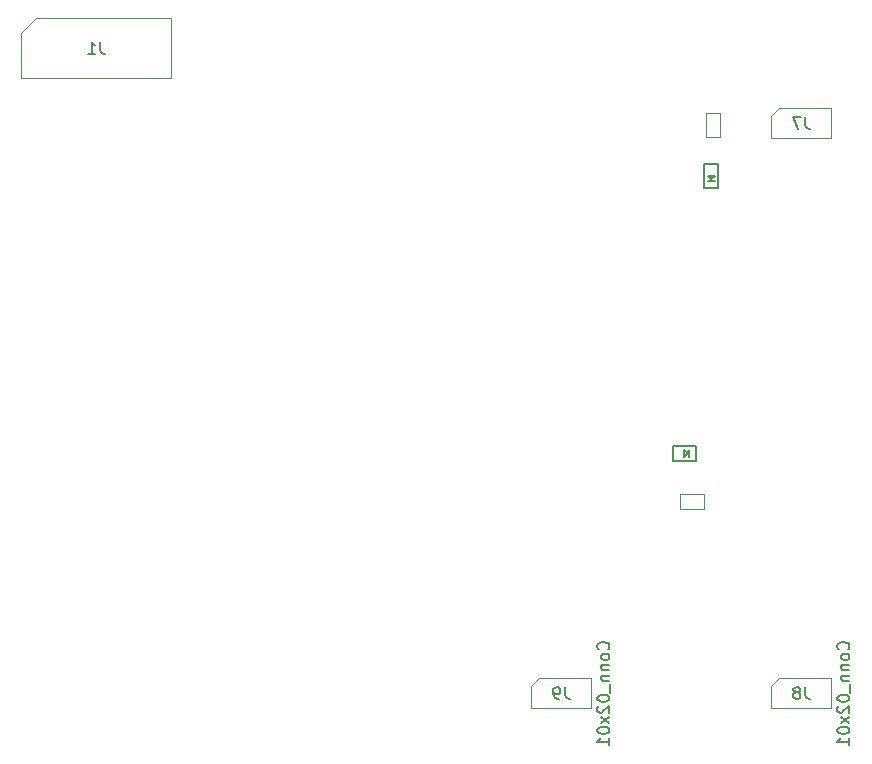
<source format=gbr>
G04 #@! TF.GenerationSoftware,KiCad,Pcbnew,(5.0.0-rc2-dev-26-g0d794b2)*
G04 #@! TF.CreationDate,2018-07-01T21:26:53-07:00*
G04 #@! TF.ProjectId,FlightControlUnitBoard,466C69676874436F6E74726F6C556E69,rev?*
G04 #@! TF.SameCoordinates,Original*
G04 #@! TF.FileFunction,Other,Fab,Bot*
%FSLAX46Y46*%
G04 Gerber Fmt 4.6, Leading zero omitted, Abs format (unit mm)*
G04 Created by KiCad (PCBNEW (5.0.0-rc2-dev-26-g0d794b2)) date Sunday, July 01, 2018 at 09:26:53 PM*
%MOMM*%
%LPD*%
G01*
G04 APERTURE LIST*
%ADD10C,0.150000*%
%ADD11C,0.100000*%
G04 APERTURE END LIST*
D10*
X199690000Y-78505000D02*
X199090000Y-78505000D01*
X199390000Y-78405000D02*
X199690000Y-78105000D01*
X199090000Y-78105000D02*
X199390000Y-78405000D01*
X199690000Y-78105000D02*
X199090000Y-78105000D01*
X199990000Y-77105000D02*
X199990000Y-79105000D01*
X198790000Y-77105000D02*
X199990000Y-77105000D01*
X198790000Y-79105000D02*
X198790000Y-77105000D01*
X199990000Y-79105000D02*
X198790000Y-79105000D01*
D11*
X200150000Y-72800000D02*
X198900000Y-72800000D01*
X200150000Y-74800000D02*
X200150000Y-72800000D01*
X198900000Y-74800000D02*
X200150000Y-74800000D01*
X198900000Y-72800000D02*
X198900000Y-74800000D01*
X140970000Y-66040000D02*
X140970000Y-69850000D01*
X140970000Y-69850000D02*
X153670000Y-69850000D01*
X153670000Y-69850000D02*
X153670000Y-64770000D01*
X153670000Y-64770000D02*
X142240000Y-64770000D01*
X142240000Y-64770000D02*
X140970000Y-66040000D01*
X184150000Y-121285000D02*
X184150000Y-123190000D01*
X184150000Y-123190000D02*
X189230000Y-123190000D01*
X189230000Y-123190000D02*
X189230000Y-120650000D01*
X189230000Y-120650000D02*
X184785000Y-120650000D01*
X184785000Y-120650000D02*
X184150000Y-121285000D01*
X204470000Y-121285000D02*
X204470000Y-123190000D01*
X204470000Y-123190000D02*
X209550000Y-123190000D01*
X209550000Y-123190000D02*
X209550000Y-120650000D01*
X209550000Y-120650000D02*
X205105000Y-120650000D01*
X205105000Y-120650000D02*
X204470000Y-121285000D01*
X204470000Y-73025000D02*
X204470000Y-74930000D01*
X204470000Y-74930000D02*
X209550000Y-74930000D01*
X209550000Y-74930000D02*
X209550000Y-72390000D01*
X209550000Y-72390000D02*
X205105000Y-72390000D01*
X205105000Y-72390000D02*
X204470000Y-73025000D01*
D10*
X197500000Y-101300000D02*
X197500000Y-101900000D01*
X197400000Y-101600000D02*
X197100000Y-101300000D01*
X197100000Y-101900000D02*
X197400000Y-101600000D01*
X197100000Y-101300000D02*
X197100000Y-101900000D01*
X196100000Y-101000000D02*
X198100000Y-101000000D01*
X196100000Y-102200000D02*
X196100000Y-101000000D01*
X198100000Y-102200000D02*
X196100000Y-102200000D01*
X198100000Y-101000000D02*
X198100000Y-102200000D01*
D11*
X196750000Y-105025000D02*
X196750000Y-106275000D01*
X198750000Y-105025000D02*
X196750000Y-105025000D01*
X198750000Y-106275000D02*
X198750000Y-105025000D01*
X196750000Y-106275000D02*
X198750000Y-106275000D01*
D10*
X147653333Y-66762380D02*
X147653333Y-67476666D01*
X147700952Y-67619523D01*
X147796190Y-67714761D01*
X147939047Y-67762380D01*
X148034285Y-67762380D01*
X146653333Y-67762380D02*
X147224761Y-67762380D01*
X146939047Y-67762380D02*
X146939047Y-66762380D01*
X147034285Y-66905238D01*
X147129523Y-67000476D01*
X147224761Y-67048095D01*
X190647142Y-118181904D02*
X190694761Y-118134285D01*
X190742380Y-117991428D01*
X190742380Y-117896190D01*
X190694761Y-117753333D01*
X190599523Y-117658095D01*
X190504285Y-117610476D01*
X190313809Y-117562857D01*
X190170952Y-117562857D01*
X189980476Y-117610476D01*
X189885238Y-117658095D01*
X189790000Y-117753333D01*
X189742380Y-117896190D01*
X189742380Y-117991428D01*
X189790000Y-118134285D01*
X189837619Y-118181904D01*
X190742380Y-118753333D02*
X190694761Y-118658095D01*
X190647142Y-118610476D01*
X190551904Y-118562857D01*
X190266190Y-118562857D01*
X190170952Y-118610476D01*
X190123333Y-118658095D01*
X190075714Y-118753333D01*
X190075714Y-118896190D01*
X190123333Y-118991428D01*
X190170952Y-119039047D01*
X190266190Y-119086666D01*
X190551904Y-119086666D01*
X190647142Y-119039047D01*
X190694761Y-118991428D01*
X190742380Y-118896190D01*
X190742380Y-118753333D01*
X190075714Y-119515238D02*
X190742380Y-119515238D01*
X190170952Y-119515238D02*
X190123333Y-119562857D01*
X190075714Y-119658095D01*
X190075714Y-119800952D01*
X190123333Y-119896190D01*
X190218571Y-119943809D01*
X190742380Y-119943809D01*
X190075714Y-120420000D02*
X190742380Y-120420000D01*
X190170952Y-120420000D02*
X190123333Y-120467619D01*
X190075714Y-120562857D01*
X190075714Y-120705714D01*
X190123333Y-120800952D01*
X190218571Y-120848571D01*
X190742380Y-120848571D01*
X190837619Y-121086666D02*
X190837619Y-121848571D01*
X189742380Y-122277142D02*
X189742380Y-122372380D01*
X189790000Y-122467619D01*
X189837619Y-122515238D01*
X189932857Y-122562857D01*
X190123333Y-122610476D01*
X190361428Y-122610476D01*
X190551904Y-122562857D01*
X190647142Y-122515238D01*
X190694761Y-122467619D01*
X190742380Y-122372380D01*
X190742380Y-122277142D01*
X190694761Y-122181904D01*
X190647142Y-122134285D01*
X190551904Y-122086666D01*
X190361428Y-122039047D01*
X190123333Y-122039047D01*
X189932857Y-122086666D01*
X189837619Y-122134285D01*
X189790000Y-122181904D01*
X189742380Y-122277142D01*
X189837619Y-122991428D02*
X189790000Y-123039047D01*
X189742380Y-123134285D01*
X189742380Y-123372380D01*
X189790000Y-123467619D01*
X189837619Y-123515238D01*
X189932857Y-123562857D01*
X190028095Y-123562857D01*
X190170952Y-123515238D01*
X190742380Y-122943809D01*
X190742380Y-123562857D01*
X190742380Y-123896190D02*
X190075714Y-124420000D01*
X190075714Y-123896190D02*
X190742380Y-124420000D01*
X189742380Y-124991428D02*
X189742380Y-125086666D01*
X189790000Y-125181904D01*
X189837619Y-125229523D01*
X189932857Y-125277142D01*
X190123333Y-125324761D01*
X190361428Y-125324761D01*
X190551904Y-125277142D01*
X190647142Y-125229523D01*
X190694761Y-125181904D01*
X190742380Y-125086666D01*
X190742380Y-124991428D01*
X190694761Y-124896190D01*
X190647142Y-124848571D01*
X190551904Y-124800952D01*
X190361428Y-124753333D01*
X190123333Y-124753333D01*
X189932857Y-124800952D01*
X189837619Y-124848571D01*
X189790000Y-124896190D01*
X189742380Y-124991428D01*
X190742380Y-126277142D02*
X190742380Y-125705714D01*
X190742380Y-125991428D02*
X189742380Y-125991428D01*
X189885238Y-125896190D01*
X189980476Y-125800952D01*
X190028095Y-125705714D01*
X187023333Y-121372380D02*
X187023333Y-122086666D01*
X187070952Y-122229523D01*
X187166190Y-122324761D01*
X187309047Y-122372380D01*
X187404285Y-122372380D01*
X186499523Y-122372380D02*
X186309047Y-122372380D01*
X186213809Y-122324761D01*
X186166190Y-122277142D01*
X186070952Y-122134285D01*
X186023333Y-121943809D01*
X186023333Y-121562857D01*
X186070952Y-121467619D01*
X186118571Y-121420000D01*
X186213809Y-121372380D01*
X186404285Y-121372380D01*
X186499523Y-121420000D01*
X186547142Y-121467619D01*
X186594761Y-121562857D01*
X186594761Y-121800952D01*
X186547142Y-121896190D01*
X186499523Y-121943809D01*
X186404285Y-121991428D01*
X186213809Y-121991428D01*
X186118571Y-121943809D01*
X186070952Y-121896190D01*
X186023333Y-121800952D01*
X210967142Y-118181904D02*
X211014761Y-118134285D01*
X211062380Y-117991428D01*
X211062380Y-117896190D01*
X211014761Y-117753333D01*
X210919523Y-117658095D01*
X210824285Y-117610476D01*
X210633809Y-117562857D01*
X210490952Y-117562857D01*
X210300476Y-117610476D01*
X210205238Y-117658095D01*
X210110000Y-117753333D01*
X210062380Y-117896190D01*
X210062380Y-117991428D01*
X210110000Y-118134285D01*
X210157619Y-118181904D01*
X211062380Y-118753333D02*
X211014761Y-118658095D01*
X210967142Y-118610476D01*
X210871904Y-118562857D01*
X210586190Y-118562857D01*
X210490952Y-118610476D01*
X210443333Y-118658095D01*
X210395714Y-118753333D01*
X210395714Y-118896190D01*
X210443333Y-118991428D01*
X210490952Y-119039047D01*
X210586190Y-119086666D01*
X210871904Y-119086666D01*
X210967142Y-119039047D01*
X211014761Y-118991428D01*
X211062380Y-118896190D01*
X211062380Y-118753333D01*
X210395714Y-119515238D02*
X211062380Y-119515238D01*
X210490952Y-119515238D02*
X210443333Y-119562857D01*
X210395714Y-119658095D01*
X210395714Y-119800952D01*
X210443333Y-119896190D01*
X210538571Y-119943809D01*
X211062380Y-119943809D01*
X210395714Y-120420000D02*
X211062380Y-120420000D01*
X210490952Y-120420000D02*
X210443333Y-120467619D01*
X210395714Y-120562857D01*
X210395714Y-120705714D01*
X210443333Y-120800952D01*
X210538571Y-120848571D01*
X211062380Y-120848571D01*
X211157619Y-121086666D02*
X211157619Y-121848571D01*
X210062380Y-122277142D02*
X210062380Y-122372380D01*
X210110000Y-122467619D01*
X210157619Y-122515238D01*
X210252857Y-122562857D01*
X210443333Y-122610476D01*
X210681428Y-122610476D01*
X210871904Y-122562857D01*
X210967142Y-122515238D01*
X211014761Y-122467619D01*
X211062380Y-122372380D01*
X211062380Y-122277142D01*
X211014761Y-122181904D01*
X210967142Y-122134285D01*
X210871904Y-122086666D01*
X210681428Y-122039047D01*
X210443333Y-122039047D01*
X210252857Y-122086666D01*
X210157619Y-122134285D01*
X210110000Y-122181904D01*
X210062380Y-122277142D01*
X210157619Y-122991428D02*
X210110000Y-123039047D01*
X210062380Y-123134285D01*
X210062380Y-123372380D01*
X210110000Y-123467619D01*
X210157619Y-123515238D01*
X210252857Y-123562857D01*
X210348095Y-123562857D01*
X210490952Y-123515238D01*
X211062380Y-122943809D01*
X211062380Y-123562857D01*
X211062380Y-123896190D02*
X210395714Y-124420000D01*
X210395714Y-123896190D02*
X211062380Y-124420000D01*
X210062380Y-124991428D02*
X210062380Y-125086666D01*
X210110000Y-125181904D01*
X210157619Y-125229523D01*
X210252857Y-125277142D01*
X210443333Y-125324761D01*
X210681428Y-125324761D01*
X210871904Y-125277142D01*
X210967142Y-125229523D01*
X211014761Y-125181904D01*
X211062380Y-125086666D01*
X211062380Y-124991428D01*
X211014761Y-124896190D01*
X210967142Y-124848571D01*
X210871904Y-124800952D01*
X210681428Y-124753333D01*
X210443333Y-124753333D01*
X210252857Y-124800952D01*
X210157619Y-124848571D01*
X210110000Y-124896190D01*
X210062380Y-124991428D01*
X211062380Y-126277142D02*
X211062380Y-125705714D01*
X211062380Y-125991428D02*
X210062380Y-125991428D01*
X210205238Y-125896190D01*
X210300476Y-125800952D01*
X210348095Y-125705714D01*
X207343333Y-121372380D02*
X207343333Y-122086666D01*
X207390952Y-122229523D01*
X207486190Y-122324761D01*
X207629047Y-122372380D01*
X207724285Y-122372380D01*
X206724285Y-121800952D02*
X206819523Y-121753333D01*
X206867142Y-121705714D01*
X206914761Y-121610476D01*
X206914761Y-121562857D01*
X206867142Y-121467619D01*
X206819523Y-121420000D01*
X206724285Y-121372380D01*
X206533809Y-121372380D01*
X206438571Y-121420000D01*
X206390952Y-121467619D01*
X206343333Y-121562857D01*
X206343333Y-121610476D01*
X206390952Y-121705714D01*
X206438571Y-121753333D01*
X206533809Y-121800952D01*
X206724285Y-121800952D01*
X206819523Y-121848571D01*
X206867142Y-121896190D01*
X206914761Y-121991428D01*
X206914761Y-122181904D01*
X206867142Y-122277142D01*
X206819523Y-122324761D01*
X206724285Y-122372380D01*
X206533809Y-122372380D01*
X206438571Y-122324761D01*
X206390952Y-122277142D01*
X206343333Y-122181904D01*
X206343333Y-121991428D01*
X206390952Y-121896190D01*
X206438571Y-121848571D01*
X206533809Y-121800952D01*
X207343333Y-73112380D02*
X207343333Y-73826666D01*
X207390952Y-73969523D01*
X207486190Y-74064761D01*
X207629047Y-74112380D01*
X207724285Y-74112380D01*
X206962380Y-73112380D02*
X206295714Y-73112380D01*
X206724285Y-74112380D01*
M02*

</source>
